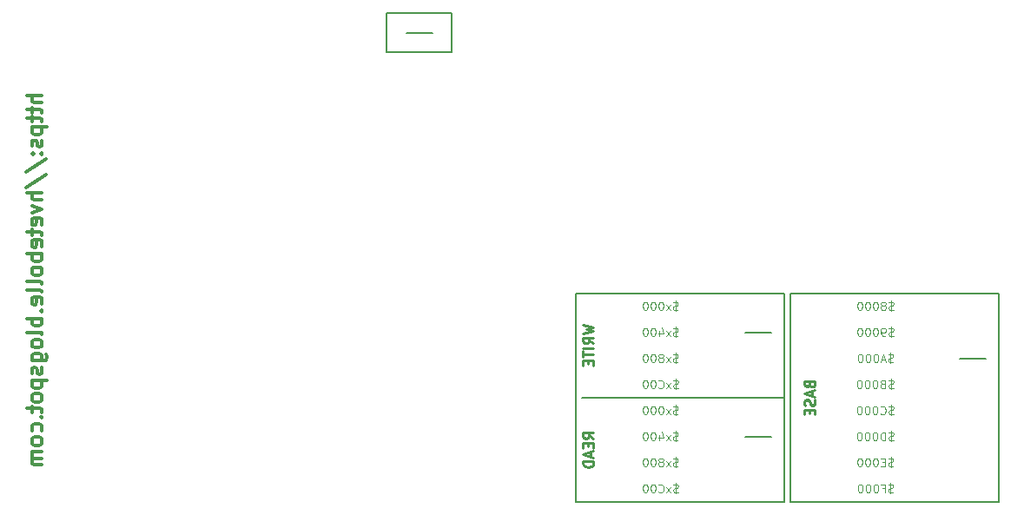
<source format=gbo>
G04 #@! TF.FileFunction,Legend,Bot*
%FSLAX46Y46*%
G04 Gerber Fmt 4.6, Leading zero omitted, Abs format (unit mm)*
G04 Created by KiCad (PCBNEW 4.0.7) date 02/14/19 14:39:51*
%MOMM*%
%LPD*%
G01*
G04 APERTURE LIST*
%ADD10C,0.100000*%
%ADD11C,0.200000*%
%ADD12C,0.250000*%
%ADD13C,0.300000*%
G04 APERTURE END LIST*
D10*
D11*
X113665000Y-90805000D02*
X116205000Y-90805000D01*
X111760000Y-88900000D02*
X111760000Y-92710000D01*
X118110000Y-88900000D02*
X111760000Y-88900000D01*
X118110000Y-92710000D02*
X118110000Y-88900000D01*
X111760000Y-92710000D02*
X118110000Y-92710000D01*
X130810000Y-126365000D02*
X150495000Y-126365000D01*
D12*
X131897381Y-130373572D02*
X131421190Y-130040238D01*
X131897381Y-129802143D02*
X130897381Y-129802143D01*
X130897381Y-130183096D01*
X130945000Y-130278334D01*
X130992619Y-130325953D01*
X131087857Y-130373572D01*
X131230714Y-130373572D01*
X131325952Y-130325953D01*
X131373571Y-130278334D01*
X131421190Y-130183096D01*
X131421190Y-129802143D01*
X131373571Y-130802143D02*
X131373571Y-131135477D01*
X131897381Y-131278334D02*
X131897381Y-130802143D01*
X130897381Y-130802143D01*
X130897381Y-131278334D01*
X131611667Y-131659286D02*
X131611667Y-132135477D01*
X131897381Y-131564048D02*
X130897381Y-131897381D01*
X131897381Y-132230715D01*
X131897381Y-132564048D02*
X130897381Y-132564048D01*
X130897381Y-132802143D01*
X130945000Y-132945001D01*
X131040238Y-133040239D01*
X131135476Y-133087858D01*
X131325952Y-133135477D01*
X131468810Y-133135477D01*
X131659286Y-133087858D01*
X131754524Y-133040239D01*
X131849762Y-132945001D01*
X131897381Y-132802143D01*
X131897381Y-132564048D01*
X130897381Y-119285000D02*
X131897381Y-119523095D01*
X131183095Y-119713572D01*
X131897381Y-119904048D01*
X130897381Y-120142143D01*
X131897381Y-121094524D02*
X131421190Y-120761190D01*
X131897381Y-120523095D02*
X130897381Y-120523095D01*
X130897381Y-120904048D01*
X130945000Y-120999286D01*
X130992619Y-121046905D01*
X131087857Y-121094524D01*
X131230714Y-121094524D01*
X131325952Y-121046905D01*
X131373571Y-120999286D01*
X131421190Y-120904048D01*
X131421190Y-120523095D01*
X131897381Y-121523095D02*
X130897381Y-121523095D01*
X130897381Y-121856428D02*
X130897381Y-122427857D01*
X131897381Y-122142142D02*
X130897381Y-122142142D01*
X131373571Y-122761190D02*
X131373571Y-123094524D01*
X131897381Y-123237381D02*
X131897381Y-122761190D01*
X130897381Y-122761190D01*
X130897381Y-123237381D01*
X152963571Y-125079286D02*
X153011190Y-125222143D01*
X153058810Y-125269762D01*
X153154048Y-125317381D01*
X153296905Y-125317381D01*
X153392143Y-125269762D01*
X153439762Y-125222143D01*
X153487381Y-125126905D01*
X153487381Y-124745952D01*
X152487381Y-124745952D01*
X152487381Y-125079286D01*
X152535000Y-125174524D01*
X152582619Y-125222143D01*
X152677857Y-125269762D01*
X152773095Y-125269762D01*
X152868333Y-125222143D01*
X152915952Y-125174524D01*
X152963571Y-125079286D01*
X152963571Y-124745952D01*
X153201667Y-125698333D02*
X153201667Y-126174524D01*
X153487381Y-125603095D02*
X152487381Y-125936428D01*
X153487381Y-126269762D01*
X153439762Y-126555476D02*
X153487381Y-126698333D01*
X153487381Y-126936429D01*
X153439762Y-127031667D01*
X153392143Y-127079286D01*
X153296905Y-127126905D01*
X153201667Y-127126905D01*
X153106429Y-127079286D01*
X153058810Y-127031667D01*
X153011190Y-126936429D01*
X152963571Y-126745952D01*
X152915952Y-126650714D01*
X152868333Y-126603095D01*
X152773095Y-126555476D01*
X152677857Y-126555476D01*
X152582619Y-126603095D01*
X152535000Y-126650714D01*
X152487381Y-126745952D01*
X152487381Y-126984048D01*
X152535000Y-127126905D01*
X152963571Y-127555476D02*
X152963571Y-127888810D01*
X153487381Y-128031667D02*
X153487381Y-127555476D01*
X152487381Y-127555476D01*
X152487381Y-128031667D01*
D11*
X150495000Y-116205000D02*
X130175000Y-116205000D01*
X150495000Y-136525000D02*
X130175000Y-136525000D01*
X171450000Y-136525000D02*
X151130000Y-136525000D01*
X171450000Y-116205000D02*
X171450000Y-136525000D01*
X151130000Y-116205000D02*
X171450000Y-116205000D01*
X151130000Y-136525000D02*
X151130000Y-116205000D01*
X150495000Y-116205000D02*
X150495000Y-136525000D01*
X130175000Y-136525000D02*
X130175000Y-116205000D01*
X171450000Y-116205000D02*
X171450000Y-136525000D01*
X146685000Y-130175000D02*
X149225000Y-130175000D01*
X146685000Y-120015000D02*
X149225000Y-120015000D01*
X167640000Y-122555000D02*
X170180000Y-122555000D01*
D10*
X140144286Y-135578810D02*
X140030000Y-135616905D01*
X139839524Y-135616905D01*
X139763334Y-135578810D01*
X139725238Y-135540714D01*
X139687143Y-135464524D01*
X139687143Y-135388333D01*
X139725238Y-135312143D01*
X139763334Y-135274048D01*
X139839524Y-135235952D01*
X139991905Y-135197857D01*
X140068096Y-135159762D01*
X140106191Y-135121667D01*
X140144286Y-135045476D01*
X140144286Y-134969286D01*
X140106191Y-134893095D01*
X140068096Y-134855000D01*
X139991905Y-134816905D01*
X139801429Y-134816905D01*
X139687143Y-134855000D01*
X139915715Y-134702619D02*
X139915715Y-135731190D01*
X139420476Y-135616905D02*
X139001429Y-135083571D01*
X139420476Y-135083571D02*
X139001429Y-135616905D01*
X138239524Y-135540714D02*
X138277619Y-135578810D01*
X138391905Y-135616905D01*
X138468095Y-135616905D01*
X138582381Y-135578810D01*
X138658572Y-135502619D01*
X138696667Y-135426429D01*
X138734762Y-135274048D01*
X138734762Y-135159762D01*
X138696667Y-135007381D01*
X138658572Y-134931190D01*
X138582381Y-134855000D01*
X138468095Y-134816905D01*
X138391905Y-134816905D01*
X138277619Y-134855000D01*
X138239524Y-134893095D01*
X137744286Y-134816905D02*
X137668095Y-134816905D01*
X137591905Y-134855000D01*
X137553810Y-134893095D01*
X137515714Y-134969286D01*
X137477619Y-135121667D01*
X137477619Y-135312143D01*
X137515714Y-135464524D01*
X137553810Y-135540714D01*
X137591905Y-135578810D01*
X137668095Y-135616905D01*
X137744286Y-135616905D01*
X137820476Y-135578810D01*
X137858572Y-135540714D01*
X137896667Y-135464524D01*
X137934762Y-135312143D01*
X137934762Y-135121667D01*
X137896667Y-134969286D01*
X137858572Y-134893095D01*
X137820476Y-134855000D01*
X137744286Y-134816905D01*
X136982381Y-134816905D02*
X136906190Y-134816905D01*
X136830000Y-134855000D01*
X136791905Y-134893095D01*
X136753809Y-134969286D01*
X136715714Y-135121667D01*
X136715714Y-135312143D01*
X136753809Y-135464524D01*
X136791905Y-135540714D01*
X136830000Y-135578810D01*
X136906190Y-135616905D01*
X136982381Y-135616905D01*
X137058571Y-135578810D01*
X137096667Y-135540714D01*
X137134762Y-135464524D01*
X137172857Y-135312143D01*
X137172857Y-135121667D01*
X137134762Y-134969286D01*
X137096667Y-134893095D01*
X137058571Y-134855000D01*
X136982381Y-134816905D01*
X140125238Y-133038810D02*
X140010952Y-133076905D01*
X139820476Y-133076905D01*
X139744286Y-133038810D01*
X139706190Y-133000714D01*
X139668095Y-132924524D01*
X139668095Y-132848333D01*
X139706190Y-132772143D01*
X139744286Y-132734048D01*
X139820476Y-132695952D01*
X139972857Y-132657857D01*
X140049048Y-132619762D01*
X140087143Y-132581667D01*
X140125238Y-132505476D01*
X140125238Y-132429286D01*
X140087143Y-132353095D01*
X140049048Y-132315000D01*
X139972857Y-132276905D01*
X139782381Y-132276905D01*
X139668095Y-132315000D01*
X139896667Y-132162619D02*
X139896667Y-133191190D01*
X139401428Y-133076905D02*
X138982381Y-132543571D01*
X139401428Y-132543571D02*
X138982381Y-133076905D01*
X138563333Y-132619762D02*
X138639524Y-132581667D01*
X138677619Y-132543571D01*
X138715714Y-132467381D01*
X138715714Y-132429286D01*
X138677619Y-132353095D01*
X138639524Y-132315000D01*
X138563333Y-132276905D01*
X138410952Y-132276905D01*
X138334762Y-132315000D01*
X138296666Y-132353095D01*
X138258571Y-132429286D01*
X138258571Y-132467381D01*
X138296666Y-132543571D01*
X138334762Y-132581667D01*
X138410952Y-132619762D01*
X138563333Y-132619762D01*
X138639524Y-132657857D01*
X138677619Y-132695952D01*
X138715714Y-132772143D01*
X138715714Y-132924524D01*
X138677619Y-133000714D01*
X138639524Y-133038810D01*
X138563333Y-133076905D01*
X138410952Y-133076905D01*
X138334762Y-133038810D01*
X138296666Y-133000714D01*
X138258571Y-132924524D01*
X138258571Y-132772143D01*
X138296666Y-132695952D01*
X138334762Y-132657857D01*
X138410952Y-132619762D01*
X137763333Y-132276905D02*
X137687142Y-132276905D01*
X137610952Y-132315000D01*
X137572857Y-132353095D01*
X137534761Y-132429286D01*
X137496666Y-132581667D01*
X137496666Y-132772143D01*
X137534761Y-132924524D01*
X137572857Y-133000714D01*
X137610952Y-133038810D01*
X137687142Y-133076905D01*
X137763333Y-133076905D01*
X137839523Y-133038810D01*
X137877619Y-133000714D01*
X137915714Y-132924524D01*
X137953809Y-132772143D01*
X137953809Y-132581667D01*
X137915714Y-132429286D01*
X137877619Y-132353095D01*
X137839523Y-132315000D01*
X137763333Y-132276905D01*
X137001428Y-132276905D02*
X136925237Y-132276905D01*
X136849047Y-132315000D01*
X136810952Y-132353095D01*
X136772856Y-132429286D01*
X136734761Y-132581667D01*
X136734761Y-132772143D01*
X136772856Y-132924524D01*
X136810952Y-133000714D01*
X136849047Y-133038810D01*
X136925237Y-133076905D01*
X137001428Y-133076905D01*
X137077618Y-133038810D01*
X137115714Y-133000714D01*
X137153809Y-132924524D01*
X137191904Y-132772143D01*
X137191904Y-132581667D01*
X137153809Y-132429286D01*
X137115714Y-132353095D01*
X137077618Y-132315000D01*
X137001428Y-132276905D01*
X140125238Y-130498810D02*
X140010952Y-130536905D01*
X139820476Y-130536905D01*
X139744286Y-130498810D01*
X139706190Y-130460714D01*
X139668095Y-130384524D01*
X139668095Y-130308333D01*
X139706190Y-130232143D01*
X139744286Y-130194048D01*
X139820476Y-130155952D01*
X139972857Y-130117857D01*
X140049048Y-130079762D01*
X140087143Y-130041667D01*
X140125238Y-129965476D01*
X140125238Y-129889286D01*
X140087143Y-129813095D01*
X140049048Y-129775000D01*
X139972857Y-129736905D01*
X139782381Y-129736905D01*
X139668095Y-129775000D01*
X139896667Y-129622619D02*
X139896667Y-130651190D01*
X139401428Y-130536905D02*
X138982381Y-130003571D01*
X139401428Y-130003571D02*
X138982381Y-130536905D01*
X138334762Y-130003571D02*
X138334762Y-130536905D01*
X138525238Y-129698810D02*
X138715714Y-130270238D01*
X138220476Y-130270238D01*
X137763333Y-129736905D02*
X137687142Y-129736905D01*
X137610952Y-129775000D01*
X137572857Y-129813095D01*
X137534761Y-129889286D01*
X137496666Y-130041667D01*
X137496666Y-130232143D01*
X137534761Y-130384524D01*
X137572857Y-130460714D01*
X137610952Y-130498810D01*
X137687142Y-130536905D01*
X137763333Y-130536905D01*
X137839523Y-130498810D01*
X137877619Y-130460714D01*
X137915714Y-130384524D01*
X137953809Y-130232143D01*
X137953809Y-130041667D01*
X137915714Y-129889286D01*
X137877619Y-129813095D01*
X137839523Y-129775000D01*
X137763333Y-129736905D01*
X137001428Y-129736905D02*
X136925237Y-129736905D01*
X136849047Y-129775000D01*
X136810952Y-129813095D01*
X136772856Y-129889286D01*
X136734761Y-130041667D01*
X136734761Y-130232143D01*
X136772856Y-130384524D01*
X136810952Y-130460714D01*
X136849047Y-130498810D01*
X136925237Y-130536905D01*
X137001428Y-130536905D01*
X137077618Y-130498810D01*
X137115714Y-130460714D01*
X137153809Y-130384524D01*
X137191904Y-130232143D01*
X137191904Y-130041667D01*
X137153809Y-129889286D01*
X137115714Y-129813095D01*
X137077618Y-129775000D01*
X137001428Y-129736905D01*
X140144286Y-125418810D02*
X140030000Y-125456905D01*
X139839524Y-125456905D01*
X139763334Y-125418810D01*
X139725238Y-125380714D01*
X139687143Y-125304524D01*
X139687143Y-125228333D01*
X139725238Y-125152143D01*
X139763334Y-125114048D01*
X139839524Y-125075952D01*
X139991905Y-125037857D01*
X140068096Y-124999762D01*
X140106191Y-124961667D01*
X140144286Y-124885476D01*
X140144286Y-124809286D01*
X140106191Y-124733095D01*
X140068096Y-124695000D01*
X139991905Y-124656905D01*
X139801429Y-124656905D01*
X139687143Y-124695000D01*
X139915715Y-124542619D02*
X139915715Y-125571190D01*
X139420476Y-125456905D02*
X139001429Y-124923571D01*
X139420476Y-124923571D02*
X139001429Y-125456905D01*
X138239524Y-125380714D02*
X138277619Y-125418810D01*
X138391905Y-125456905D01*
X138468095Y-125456905D01*
X138582381Y-125418810D01*
X138658572Y-125342619D01*
X138696667Y-125266429D01*
X138734762Y-125114048D01*
X138734762Y-124999762D01*
X138696667Y-124847381D01*
X138658572Y-124771190D01*
X138582381Y-124695000D01*
X138468095Y-124656905D01*
X138391905Y-124656905D01*
X138277619Y-124695000D01*
X138239524Y-124733095D01*
X137744286Y-124656905D02*
X137668095Y-124656905D01*
X137591905Y-124695000D01*
X137553810Y-124733095D01*
X137515714Y-124809286D01*
X137477619Y-124961667D01*
X137477619Y-125152143D01*
X137515714Y-125304524D01*
X137553810Y-125380714D01*
X137591905Y-125418810D01*
X137668095Y-125456905D01*
X137744286Y-125456905D01*
X137820476Y-125418810D01*
X137858572Y-125380714D01*
X137896667Y-125304524D01*
X137934762Y-125152143D01*
X137934762Y-124961667D01*
X137896667Y-124809286D01*
X137858572Y-124733095D01*
X137820476Y-124695000D01*
X137744286Y-124656905D01*
X136982381Y-124656905D02*
X136906190Y-124656905D01*
X136830000Y-124695000D01*
X136791905Y-124733095D01*
X136753809Y-124809286D01*
X136715714Y-124961667D01*
X136715714Y-125152143D01*
X136753809Y-125304524D01*
X136791905Y-125380714D01*
X136830000Y-125418810D01*
X136906190Y-125456905D01*
X136982381Y-125456905D01*
X137058571Y-125418810D01*
X137096667Y-125380714D01*
X137134762Y-125304524D01*
X137172857Y-125152143D01*
X137172857Y-124961667D01*
X137134762Y-124809286D01*
X137096667Y-124733095D01*
X137058571Y-124695000D01*
X136982381Y-124656905D01*
X140125238Y-122878810D02*
X140010952Y-122916905D01*
X139820476Y-122916905D01*
X139744286Y-122878810D01*
X139706190Y-122840714D01*
X139668095Y-122764524D01*
X139668095Y-122688333D01*
X139706190Y-122612143D01*
X139744286Y-122574048D01*
X139820476Y-122535952D01*
X139972857Y-122497857D01*
X140049048Y-122459762D01*
X140087143Y-122421667D01*
X140125238Y-122345476D01*
X140125238Y-122269286D01*
X140087143Y-122193095D01*
X140049048Y-122155000D01*
X139972857Y-122116905D01*
X139782381Y-122116905D01*
X139668095Y-122155000D01*
X139896667Y-122002619D02*
X139896667Y-123031190D01*
X139401428Y-122916905D02*
X138982381Y-122383571D01*
X139401428Y-122383571D02*
X138982381Y-122916905D01*
X138563333Y-122459762D02*
X138639524Y-122421667D01*
X138677619Y-122383571D01*
X138715714Y-122307381D01*
X138715714Y-122269286D01*
X138677619Y-122193095D01*
X138639524Y-122155000D01*
X138563333Y-122116905D01*
X138410952Y-122116905D01*
X138334762Y-122155000D01*
X138296666Y-122193095D01*
X138258571Y-122269286D01*
X138258571Y-122307381D01*
X138296666Y-122383571D01*
X138334762Y-122421667D01*
X138410952Y-122459762D01*
X138563333Y-122459762D01*
X138639524Y-122497857D01*
X138677619Y-122535952D01*
X138715714Y-122612143D01*
X138715714Y-122764524D01*
X138677619Y-122840714D01*
X138639524Y-122878810D01*
X138563333Y-122916905D01*
X138410952Y-122916905D01*
X138334762Y-122878810D01*
X138296666Y-122840714D01*
X138258571Y-122764524D01*
X138258571Y-122612143D01*
X138296666Y-122535952D01*
X138334762Y-122497857D01*
X138410952Y-122459762D01*
X137763333Y-122116905D02*
X137687142Y-122116905D01*
X137610952Y-122155000D01*
X137572857Y-122193095D01*
X137534761Y-122269286D01*
X137496666Y-122421667D01*
X137496666Y-122612143D01*
X137534761Y-122764524D01*
X137572857Y-122840714D01*
X137610952Y-122878810D01*
X137687142Y-122916905D01*
X137763333Y-122916905D01*
X137839523Y-122878810D01*
X137877619Y-122840714D01*
X137915714Y-122764524D01*
X137953809Y-122612143D01*
X137953809Y-122421667D01*
X137915714Y-122269286D01*
X137877619Y-122193095D01*
X137839523Y-122155000D01*
X137763333Y-122116905D01*
X137001428Y-122116905D02*
X136925237Y-122116905D01*
X136849047Y-122155000D01*
X136810952Y-122193095D01*
X136772856Y-122269286D01*
X136734761Y-122421667D01*
X136734761Y-122612143D01*
X136772856Y-122764524D01*
X136810952Y-122840714D01*
X136849047Y-122878810D01*
X136925237Y-122916905D01*
X137001428Y-122916905D01*
X137077618Y-122878810D01*
X137115714Y-122840714D01*
X137153809Y-122764524D01*
X137191904Y-122612143D01*
X137191904Y-122421667D01*
X137153809Y-122269286D01*
X137115714Y-122193095D01*
X137077618Y-122155000D01*
X137001428Y-122116905D01*
X140125238Y-120338810D02*
X140010952Y-120376905D01*
X139820476Y-120376905D01*
X139744286Y-120338810D01*
X139706190Y-120300714D01*
X139668095Y-120224524D01*
X139668095Y-120148333D01*
X139706190Y-120072143D01*
X139744286Y-120034048D01*
X139820476Y-119995952D01*
X139972857Y-119957857D01*
X140049048Y-119919762D01*
X140087143Y-119881667D01*
X140125238Y-119805476D01*
X140125238Y-119729286D01*
X140087143Y-119653095D01*
X140049048Y-119615000D01*
X139972857Y-119576905D01*
X139782381Y-119576905D01*
X139668095Y-119615000D01*
X139896667Y-119462619D02*
X139896667Y-120491190D01*
X139401428Y-120376905D02*
X138982381Y-119843571D01*
X139401428Y-119843571D02*
X138982381Y-120376905D01*
X138334762Y-119843571D02*
X138334762Y-120376905D01*
X138525238Y-119538810D02*
X138715714Y-120110238D01*
X138220476Y-120110238D01*
X137763333Y-119576905D02*
X137687142Y-119576905D01*
X137610952Y-119615000D01*
X137572857Y-119653095D01*
X137534761Y-119729286D01*
X137496666Y-119881667D01*
X137496666Y-120072143D01*
X137534761Y-120224524D01*
X137572857Y-120300714D01*
X137610952Y-120338810D01*
X137687142Y-120376905D01*
X137763333Y-120376905D01*
X137839523Y-120338810D01*
X137877619Y-120300714D01*
X137915714Y-120224524D01*
X137953809Y-120072143D01*
X137953809Y-119881667D01*
X137915714Y-119729286D01*
X137877619Y-119653095D01*
X137839523Y-119615000D01*
X137763333Y-119576905D01*
X137001428Y-119576905D02*
X136925237Y-119576905D01*
X136849047Y-119615000D01*
X136810952Y-119653095D01*
X136772856Y-119729286D01*
X136734761Y-119881667D01*
X136734761Y-120072143D01*
X136772856Y-120224524D01*
X136810952Y-120300714D01*
X136849047Y-120338810D01*
X136925237Y-120376905D01*
X137001428Y-120376905D01*
X137077618Y-120338810D01*
X137115714Y-120300714D01*
X137153809Y-120224524D01*
X137191904Y-120072143D01*
X137191904Y-119881667D01*
X137153809Y-119729286D01*
X137115714Y-119653095D01*
X137077618Y-119615000D01*
X137001428Y-119576905D01*
X140125238Y-127958810D02*
X140010952Y-127996905D01*
X139820476Y-127996905D01*
X139744286Y-127958810D01*
X139706190Y-127920714D01*
X139668095Y-127844524D01*
X139668095Y-127768333D01*
X139706190Y-127692143D01*
X139744286Y-127654048D01*
X139820476Y-127615952D01*
X139972857Y-127577857D01*
X140049048Y-127539762D01*
X140087143Y-127501667D01*
X140125238Y-127425476D01*
X140125238Y-127349286D01*
X140087143Y-127273095D01*
X140049048Y-127235000D01*
X139972857Y-127196905D01*
X139782381Y-127196905D01*
X139668095Y-127235000D01*
X139896667Y-127082619D02*
X139896667Y-128111190D01*
X139401428Y-127996905D02*
X138982381Y-127463571D01*
X139401428Y-127463571D02*
X138982381Y-127996905D01*
X138525238Y-127196905D02*
X138449047Y-127196905D01*
X138372857Y-127235000D01*
X138334762Y-127273095D01*
X138296666Y-127349286D01*
X138258571Y-127501667D01*
X138258571Y-127692143D01*
X138296666Y-127844524D01*
X138334762Y-127920714D01*
X138372857Y-127958810D01*
X138449047Y-127996905D01*
X138525238Y-127996905D01*
X138601428Y-127958810D01*
X138639524Y-127920714D01*
X138677619Y-127844524D01*
X138715714Y-127692143D01*
X138715714Y-127501667D01*
X138677619Y-127349286D01*
X138639524Y-127273095D01*
X138601428Y-127235000D01*
X138525238Y-127196905D01*
X137763333Y-127196905D02*
X137687142Y-127196905D01*
X137610952Y-127235000D01*
X137572857Y-127273095D01*
X137534761Y-127349286D01*
X137496666Y-127501667D01*
X137496666Y-127692143D01*
X137534761Y-127844524D01*
X137572857Y-127920714D01*
X137610952Y-127958810D01*
X137687142Y-127996905D01*
X137763333Y-127996905D01*
X137839523Y-127958810D01*
X137877619Y-127920714D01*
X137915714Y-127844524D01*
X137953809Y-127692143D01*
X137953809Y-127501667D01*
X137915714Y-127349286D01*
X137877619Y-127273095D01*
X137839523Y-127235000D01*
X137763333Y-127196905D01*
X137001428Y-127196905D02*
X136925237Y-127196905D01*
X136849047Y-127235000D01*
X136810952Y-127273095D01*
X136772856Y-127349286D01*
X136734761Y-127501667D01*
X136734761Y-127692143D01*
X136772856Y-127844524D01*
X136810952Y-127920714D01*
X136849047Y-127958810D01*
X136925237Y-127996905D01*
X137001428Y-127996905D01*
X137077618Y-127958810D01*
X137115714Y-127920714D01*
X137153809Y-127844524D01*
X137191904Y-127692143D01*
X137191904Y-127501667D01*
X137153809Y-127349286D01*
X137115714Y-127273095D01*
X137077618Y-127235000D01*
X137001428Y-127196905D01*
X140125238Y-117798810D02*
X140010952Y-117836905D01*
X139820476Y-117836905D01*
X139744286Y-117798810D01*
X139706190Y-117760714D01*
X139668095Y-117684524D01*
X139668095Y-117608333D01*
X139706190Y-117532143D01*
X139744286Y-117494048D01*
X139820476Y-117455952D01*
X139972857Y-117417857D01*
X140049048Y-117379762D01*
X140087143Y-117341667D01*
X140125238Y-117265476D01*
X140125238Y-117189286D01*
X140087143Y-117113095D01*
X140049048Y-117075000D01*
X139972857Y-117036905D01*
X139782381Y-117036905D01*
X139668095Y-117075000D01*
X139896667Y-116922619D02*
X139896667Y-117951190D01*
X139401428Y-117836905D02*
X138982381Y-117303571D01*
X139401428Y-117303571D02*
X138982381Y-117836905D01*
X138525238Y-117036905D02*
X138449047Y-117036905D01*
X138372857Y-117075000D01*
X138334762Y-117113095D01*
X138296666Y-117189286D01*
X138258571Y-117341667D01*
X138258571Y-117532143D01*
X138296666Y-117684524D01*
X138334762Y-117760714D01*
X138372857Y-117798810D01*
X138449047Y-117836905D01*
X138525238Y-117836905D01*
X138601428Y-117798810D01*
X138639524Y-117760714D01*
X138677619Y-117684524D01*
X138715714Y-117532143D01*
X138715714Y-117341667D01*
X138677619Y-117189286D01*
X138639524Y-117113095D01*
X138601428Y-117075000D01*
X138525238Y-117036905D01*
X137763333Y-117036905D02*
X137687142Y-117036905D01*
X137610952Y-117075000D01*
X137572857Y-117113095D01*
X137534761Y-117189286D01*
X137496666Y-117341667D01*
X137496666Y-117532143D01*
X137534761Y-117684524D01*
X137572857Y-117760714D01*
X137610952Y-117798810D01*
X137687142Y-117836905D01*
X137763333Y-117836905D01*
X137839523Y-117798810D01*
X137877619Y-117760714D01*
X137915714Y-117684524D01*
X137953809Y-117532143D01*
X137953809Y-117341667D01*
X137915714Y-117189286D01*
X137877619Y-117113095D01*
X137839523Y-117075000D01*
X137763333Y-117036905D01*
X137001428Y-117036905D02*
X136925237Y-117036905D01*
X136849047Y-117075000D01*
X136810952Y-117113095D01*
X136772856Y-117189286D01*
X136734761Y-117341667D01*
X136734761Y-117532143D01*
X136772856Y-117684524D01*
X136810952Y-117760714D01*
X136849047Y-117798810D01*
X136925237Y-117836905D01*
X137001428Y-117836905D01*
X137077618Y-117798810D01*
X137115714Y-117760714D01*
X137153809Y-117684524D01*
X137191904Y-117532143D01*
X137191904Y-117341667D01*
X137153809Y-117189286D01*
X137115714Y-117113095D01*
X137077618Y-117075000D01*
X137001428Y-117036905D01*
X161099286Y-135578810D02*
X160985000Y-135616905D01*
X160794524Y-135616905D01*
X160718334Y-135578810D01*
X160680238Y-135540714D01*
X160642143Y-135464524D01*
X160642143Y-135388333D01*
X160680238Y-135312143D01*
X160718334Y-135274048D01*
X160794524Y-135235952D01*
X160946905Y-135197857D01*
X161023096Y-135159762D01*
X161061191Y-135121667D01*
X161099286Y-135045476D01*
X161099286Y-134969286D01*
X161061191Y-134893095D01*
X161023096Y-134855000D01*
X160946905Y-134816905D01*
X160756429Y-134816905D01*
X160642143Y-134855000D01*
X160870715Y-134702619D02*
X160870715Y-135731190D01*
X160032619Y-135197857D02*
X160299286Y-135197857D01*
X160299286Y-135616905D02*
X160299286Y-134816905D01*
X159918333Y-134816905D01*
X159461191Y-134816905D02*
X159385000Y-134816905D01*
X159308810Y-134855000D01*
X159270715Y-134893095D01*
X159232619Y-134969286D01*
X159194524Y-135121667D01*
X159194524Y-135312143D01*
X159232619Y-135464524D01*
X159270715Y-135540714D01*
X159308810Y-135578810D01*
X159385000Y-135616905D01*
X159461191Y-135616905D01*
X159537381Y-135578810D01*
X159575477Y-135540714D01*
X159613572Y-135464524D01*
X159651667Y-135312143D01*
X159651667Y-135121667D01*
X159613572Y-134969286D01*
X159575477Y-134893095D01*
X159537381Y-134855000D01*
X159461191Y-134816905D01*
X158699286Y-134816905D02*
X158623095Y-134816905D01*
X158546905Y-134855000D01*
X158508810Y-134893095D01*
X158470714Y-134969286D01*
X158432619Y-135121667D01*
X158432619Y-135312143D01*
X158470714Y-135464524D01*
X158508810Y-135540714D01*
X158546905Y-135578810D01*
X158623095Y-135616905D01*
X158699286Y-135616905D01*
X158775476Y-135578810D01*
X158813572Y-135540714D01*
X158851667Y-135464524D01*
X158889762Y-135312143D01*
X158889762Y-135121667D01*
X158851667Y-134969286D01*
X158813572Y-134893095D01*
X158775476Y-134855000D01*
X158699286Y-134816905D01*
X157937381Y-134816905D02*
X157861190Y-134816905D01*
X157785000Y-134855000D01*
X157746905Y-134893095D01*
X157708809Y-134969286D01*
X157670714Y-135121667D01*
X157670714Y-135312143D01*
X157708809Y-135464524D01*
X157746905Y-135540714D01*
X157785000Y-135578810D01*
X157861190Y-135616905D01*
X157937381Y-135616905D01*
X158013571Y-135578810D01*
X158051667Y-135540714D01*
X158089762Y-135464524D01*
X158127857Y-135312143D01*
X158127857Y-135121667D01*
X158089762Y-134969286D01*
X158051667Y-134893095D01*
X158013571Y-134855000D01*
X157937381Y-134816905D01*
X161118334Y-133038810D02*
X161004048Y-133076905D01*
X160813572Y-133076905D01*
X160737382Y-133038810D01*
X160699286Y-133000714D01*
X160661191Y-132924524D01*
X160661191Y-132848333D01*
X160699286Y-132772143D01*
X160737382Y-132734048D01*
X160813572Y-132695952D01*
X160965953Y-132657857D01*
X161042144Y-132619762D01*
X161080239Y-132581667D01*
X161118334Y-132505476D01*
X161118334Y-132429286D01*
X161080239Y-132353095D01*
X161042144Y-132315000D01*
X160965953Y-132276905D01*
X160775477Y-132276905D01*
X160661191Y-132315000D01*
X160889763Y-132162619D02*
X160889763Y-133191190D01*
X160318334Y-132657857D02*
X160051667Y-132657857D01*
X159937381Y-133076905D02*
X160318334Y-133076905D01*
X160318334Y-132276905D01*
X159937381Y-132276905D01*
X159442143Y-132276905D02*
X159365952Y-132276905D01*
X159289762Y-132315000D01*
X159251667Y-132353095D01*
X159213571Y-132429286D01*
X159175476Y-132581667D01*
X159175476Y-132772143D01*
X159213571Y-132924524D01*
X159251667Y-133000714D01*
X159289762Y-133038810D01*
X159365952Y-133076905D01*
X159442143Y-133076905D01*
X159518333Y-133038810D01*
X159556429Y-133000714D01*
X159594524Y-132924524D01*
X159632619Y-132772143D01*
X159632619Y-132581667D01*
X159594524Y-132429286D01*
X159556429Y-132353095D01*
X159518333Y-132315000D01*
X159442143Y-132276905D01*
X158680238Y-132276905D02*
X158604047Y-132276905D01*
X158527857Y-132315000D01*
X158489762Y-132353095D01*
X158451666Y-132429286D01*
X158413571Y-132581667D01*
X158413571Y-132772143D01*
X158451666Y-132924524D01*
X158489762Y-133000714D01*
X158527857Y-133038810D01*
X158604047Y-133076905D01*
X158680238Y-133076905D01*
X158756428Y-133038810D01*
X158794524Y-133000714D01*
X158832619Y-132924524D01*
X158870714Y-132772143D01*
X158870714Y-132581667D01*
X158832619Y-132429286D01*
X158794524Y-132353095D01*
X158756428Y-132315000D01*
X158680238Y-132276905D01*
X157918333Y-132276905D02*
X157842142Y-132276905D01*
X157765952Y-132315000D01*
X157727857Y-132353095D01*
X157689761Y-132429286D01*
X157651666Y-132581667D01*
X157651666Y-132772143D01*
X157689761Y-132924524D01*
X157727857Y-133000714D01*
X157765952Y-133038810D01*
X157842142Y-133076905D01*
X157918333Y-133076905D01*
X157994523Y-133038810D01*
X158032619Y-133000714D01*
X158070714Y-132924524D01*
X158108809Y-132772143D01*
X158108809Y-132581667D01*
X158070714Y-132429286D01*
X158032619Y-132353095D01*
X157994523Y-132315000D01*
X157918333Y-132276905D01*
X161156429Y-130498810D02*
X161042143Y-130536905D01*
X160851667Y-130536905D01*
X160775477Y-130498810D01*
X160737381Y-130460714D01*
X160699286Y-130384524D01*
X160699286Y-130308333D01*
X160737381Y-130232143D01*
X160775477Y-130194048D01*
X160851667Y-130155952D01*
X161004048Y-130117857D01*
X161080239Y-130079762D01*
X161118334Y-130041667D01*
X161156429Y-129965476D01*
X161156429Y-129889286D01*
X161118334Y-129813095D01*
X161080239Y-129775000D01*
X161004048Y-129736905D01*
X160813572Y-129736905D01*
X160699286Y-129775000D01*
X160927858Y-129622619D02*
X160927858Y-130651190D01*
X160356429Y-130536905D02*
X160356429Y-129736905D01*
X160165953Y-129736905D01*
X160051667Y-129775000D01*
X159975476Y-129851190D01*
X159937381Y-129927381D01*
X159899286Y-130079762D01*
X159899286Y-130194048D01*
X159937381Y-130346429D01*
X159975476Y-130422619D01*
X160051667Y-130498810D01*
X160165953Y-130536905D01*
X160356429Y-130536905D01*
X159404048Y-129736905D02*
X159327857Y-129736905D01*
X159251667Y-129775000D01*
X159213572Y-129813095D01*
X159175476Y-129889286D01*
X159137381Y-130041667D01*
X159137381Y-130232143D01*
X159175476Y-130384524D01*
X159213572Y-130460714D01*
X159251667Y-130498810D01*
X159327857Y-130536905D01*
X159404048Y-130536905D01*
X159480238Y-130498810D01*
X159518334Y-130460714D01*
X159556429Y-130384524D01*
X159594524Y-130232143D01*
X159594524Y-130041667D01*
X159556429Y-129889286D01*
X159518334Y-129813095D01*
X159480238Y-129775000D01*
X159404048Y-129736905D01*
X158642143Y-129736905D02*
X158565952Y-129736905D01*
X158489762Y-129775000D01*
X158451667Y-129813095D01*
X158413571Y-129889286D01*
X158375476Y-130041667D01*
X158375476Y-130232143D01*
X158413571Y-130384524D01*
X158451667Y-130460714D01*
X158489762Y-130498810D01*
X158565952Y-130536905D01*
X158642143Y-130536905D01*
X158718333Y-130498810D01*
X158756429Y-130460714D01*
X158794524Y-130384524D01*
X158832619Y-130232143D01*
X158832619Y-130041667D01*
X158794524Y-129889286D01*
X158756429Y-129813095D01*
X158718333Y-129775000D01*
X158642143Y-129736905D01*
X157880238Y-129736905D02*
X157804047Y-129736905D01*
X157727857Y-129775000D01*
X157689762Y-129813095D01*
X157651666Y-129889286D01*
X157613571Y-130041667D01*
X157613571Y-130232143D01*
X157651666Y-130384524D01*
X157689762Y-130460714D01*
X157727857Y-130498810D01*
X157804047Y-130536905D01*
X157880238Y-130536905D01*
X157956428Y-130498810D01*
X157994524Y-130460714D01*
X158032619Y-130384524D01*
X158070714Y-130232143D01*
X158070714Y-130041667D01*
X158032619Y-129889286D01*
X157994524Y-129813095D01*
X157956428Y-129775000D01*
X157880238Y-129736905D01*
X161156429Y-127958810D02*
X161042143Y-127996905D01*
X160851667Y-127996905D01*
X160775477Y-127958810D01*
X160737381Y-127920714D01*
X160699286Y-127844524D01*
X160699286Y-127768333D01*
X160737381Y-127692143D01*
X160775477Y-127654048D01*
X160851667Y-127615952D01*
X161004048Y-127577857D01*
X161080239Y-127539762D01*
X161118334Y-127501667D01*
X161156429Y-127425476D01*
X161156429Y-127349286D01*
X161118334Y-127273095D01*
X161080239Y-127235000D01*
X161004048Y-127196905D01*
X160813572Y-127196905D01*
X160699286Y-127235000D01*
X160927858Y-127082619D02*
X160927858Y-128111190D01*
X159899286Y-127920714D02*
X159937381Y-127958810D01*
X160051667Y-127996905D01*
X160127857Y-127996905D01*
X160242143Y-127958810D01*
X160318334Y-127882619D01*
X160356429Y-127806429D01*
X160394524Y-127654048D01*
X160394524Y-127539762D01*
X160356429Y-127387381D01*
X160318334Y-127311190D01*
X160242143Y-127235000D01*
X160127857Y-127196905D01*
X160051667Y-127196905D01*
X159937381Y-127235000D01*
X159899286Y-127273095D01*
X159404048Y-127196905D02*
X159327857Y-127196905D01*
X159251667Y-127235000D01*
X159213572Y-127273095D01*
X159175476Y-127349286D01*
X159137381Y-127501667D01*
X159137381Y-127692143D01*
X159175476Y-127844524D01*
X159213572Y-127920714D01*
X159251667Y-127958810D01*
X159327857Y-127996905D01*
X159404048Y-127996905D01*
X159480238Y-127958810D01*
X159518334Y-127920714D01*
X159556429Y-127844524D01*
X159594524Y-127692143D01*
X159594524Y-127501667D01*
X159556429Y-127349286D01*
X159518334Y-127273095D01*
X159480238Y-127235000D01*
X159404048Y-127196905D01*
X158642143Y-127196905D02*
X158565952Y-127196905D01*
X158489762Y-127235000D01*
X158451667Y-127273095D01*
X158413571Y-127349286D01*
X158375476Y-127501667D01*
X158375476Y-127692143D01*
X158413571Y-127844524D01*
X158451667Y-127920714D01*
X158489762Y-127958810D01*
X158565952Y-127996905D01*
X158642143Y-127996905D01*
X158718333Y-127958810D01*
X158756429Y-127920714D01*
X158794524Y-127844524D01*
X158832619Y-127692143D01*
X158832619Y-127501667D01*
X158794524Y-127349286D01*
X158756429Y-127273095D01*
X158718333Y-127235000D01*
X158642143Y-127196905D01*
X157880238Y-127196905D02*
X157804047Y-127196905D01*
X157727857Y-127235000D01*
X157689762Y-127273095D01*
X157651666Y-127349286D01*
X157613571Y-127501667D01*
X157613571Y-127692143D01*
X157651666Y-127844524D01*
X157689762Y-127920714D01*
X157727857Y-127958810D01*
X157804047Y-127996905D01*
X157880238Y-127996905D01*
X157956428Y-127958810D01*
X157994524Y-127920714D01*
X158032619Y-127844524D01*
X158070714Y-127692143D01*
X158070714Y-127501667D01*
X158032619Y-127349286D01*
X157994524Y-127273095D01*
X157956428Y-127235000D01*
X157880238Y-127196905D01*
X161156429Y-125418810D02*
X161042143Y-125456905D01*
X160851667Y-125456905D01*
X160775477Y-125418810D01*
X160737381Y-125380714D01*
X160699286Y-125304524D01*
X160699286Y-125228333D01*
X160737381Y-125152143D01*
X160775477Y-125114048D01*
X160851667Y-125075952D01*
X161004048Y-125037857D01*
X161080239Y-124999762D01*
X161118334Y-124961667D01*
X161156429Y-124885476D01*
X161156429Y-124809286D01*
X161118334Y-124733095D01*
X161080239Y-124695000D01*
X161004048Y-124656905D01*
X160813572Y-124656905D01*
X160699286Y-124695000D01*
X160927858Y-124542619D02*
X160927858Y-125571190D01*
X160089762Y-125037857D02*
X159975476Y-125075952D01*
X159937381Y-125114048D01*
X159899286Y-125190238D01*
X159899286Y-125304524D01*
X159937381Y-125380714D01*
X159975476Y-125418810D01*
X160051667Y-125456905D01*
X160356429Y-125456905D01*
X160356429Y-124656905D01*
X160089762Y-124656905D01*
X160013572Y-124695000D01*
X159975476Y-124733095D01*
X159937381Y-124809286D01*
X159937381Y-124885476D01*
X159975476Y-124961667D01*
X160013572Y-124999762D01*
X160089762Y-125037857D01*
X160356429Y-125037857D01*
X159404048Y-124656905D02*
X159327857Y-124656905D01*
X159251667Y-124695000D01*
X159213572Y-124733095D01*
X159175476Y-124809286D01*
X159137381Y-124961667D01*
X159137381Y-125152143D01*
X159175476Y-125304524D01*
X159213572Y-125380714D01*
X159251667Y-125418810D01*
X159327857Y-125456905D01*
X159404048Y-125456905D01*
X159480238Y-125418810D01*
X159518334Y-125380714D01*
X159556429Y-125304524D01*
X159594524Y-125152143D01*
X159594524Y-124961667D01*
X159556429Y-124809286D01*
X159518334Y-124733095D01*
X159480238Y-124695000D01*
X159404048Y-124656905D01*
X158642143Y-124656905D02*
X158565952Y-124656905D01*
X158489762Y-124695000D01*
X158451667Y-124733095D01*
X158413571Y-124809286D01*
X158375476Y-124961667D01*
X158375476Y-125152143D01*
X158413571Y-125304524D01*
X158451667Y-125380714D01*
X158489762Y-125418810D01*
X158565952Y-125456905D01*
X158642143Y-125456905D01*
X158718333Y-125418810D01*
X158756429Y-125380714D01*
X158794524Y-125304524D01*
X158832619Y-125152143D01*
X158832619Y-124961667D01*
X158794524Y-124809286D01*
X158756429Y-124733095D01*
X158718333Y-124695000D01*
X158642143Y-124656905D01*
X157880238Y-124656905D02*
X157804047Y-124656905D01*
X157727857Y-124695000D01*
X157689762Y-124733095D01*
X157651666Y-124809286D01*
X157613571Y-124961667D01*
X157613571Y-125152143D01*
X157651666Y-125304524D01*
X157689762Y-125380714D01*
X157727857Y-125418810D01*
X157804047Y-125456905D01*
X157880238Y-125456905D01*
X157956428Y-125418810D01*
X157994524Y-125380714D01*
X158032619Y-125304524D01*
X158070714Y-125152143D01*
X158070714Y-124961667D01*
X158032619Y-124809286D01*
X157994524Y-124733095D01*
X157956428Y-124695000D01*
X157880238Y-124656905D01*
X161099286Y-122878810D02*
X160985000Y-122916905D01*
X160794524Y-122916905D01*
X160718334Y-122878810D01*
X160680238Y-122840714D01*
X160642143Y-122764524D01*
X160642143Y-122688333D01*
X160680238Y-122612143D01*
X160718334Y-122574048D01*
X160794524Y-122535952D01*
X160946905Y-122497857D01*
X161023096Y-122459762D01*
X161061191Y-122421667D01*
X161099286Y-122345476D01*
X161099286Y-122269286D01*
X161061191Y-122193095D01*
X161023096Y-122155000D01*
X160946905Y-122116905D01*
X160756429Y-122116905D01*
X160642143Y-122155000D01*
X160870715Y-122002619D02*
X160870715Y-123031190D01*
X160337381Y-122688333D02*
X159956429Y-122688333D01*
X160413572Y-122916905D02*
X160146905Y-122116905D01*
X159880238Y-122916905D01*
X159461191Y-122116905D02*
X159385000Y-122116905D01*
X159308810Y-122155000D01*
X159270715Y-122193095D01*
X159232619Y-122269286D01*
X159194524Y-122421667D01*
X159194524Y-122612143D01*
X159232619Y-122764524D01*
X159270715Y-122840714D01*
X159308810Y-122878810D01*
X159385000Y-122916905D01*
X159461191Y-122916905D01*
X159537381Y-122878810D01*
X159575477Y-122840714D01*
X159613572Y-122764524D01*
X159651667Y-122612143D01*
X159651667Y-122421667D01*
X159613572Y-122269286D01*
X159575477Y-122193095D01*
X159537381Y-122155000D01*
X159461191Y-122116905D01*
X158699286Y-122116905D02*
X158623095Y-122116905D01*
X158546905Y-122155000D01*
X158508810Y-122193095D01*
X158470714Y-122269286D01*
X158432619Y-122421667D01*
X158432619Y-122612143D01*
X158470714Y-122764524D01*
X158508810Y-122840714D01*
X158546905Y-122878810D01*
X158623095Y-122916905D01*
X158699286Y-122916905D01*
X158775476Y-122878810D01*
X158813572Y-122840714D01*
X158851667Y-122764524D01*
X158889762Y-122612143D01*
X158889762Y-122421667D01*
X158851667Y-122269286D01*
X158813572Y-122193095D01*
X158775476Y-122155000D01*
X158699286Y-122116905D01*
X157937381Y-122116905D02*
X157861190Y-122116905D01*
X157785000Y-122155000D01*
X157746905Y-122193095D01*
X157708809Y-122269286D01*
X157670714Y-122421667D01*
X157670714Y-122612143D01*
X157708809Y-122764524D01*
X157746905Y-122840714D01*
X157785000Y-122878810D01*
X157861190Y-122916905D01*
X157937381Y-122916905D01*
X158013571Y-122878810D01*
X158051667Y-122840714D01*
X158089762Y-122764524D01*
X158127857Y-122612143D01*
X158127857Y-122421667D01*
X158089762Y-122269286D01*
X158051667Y-122193095D01*
X158013571Y-122155000D01*
X157937381Y-122116905D01*
X161137381Y-120338810D02*
X161023095Y-120376905D01*
X160832619Y-120376905D01*
X160756429Y-120338810D01*
X160718333Y-120300714D01*
X160680238Y-120224524D01*
X160680238Y-120148333D01*
X160718333Y-120072143D01*
X160756429Y-120034048D01*
X160832619Y-119995952D01*
X160985000Y-119957857D01*
X161061191Y-119919762D01*
X161099286Y-119881667D01*
X161137381Y-119805476D01*
X161137381Y-119729286D01*
X161099286Y-119653095D01*
X161061191Y-119615000D01*
X160985000Y-119576905D01*
X160794524Y-119576905D01*
X160680238Y-119615000D01*
X160908810Y-119462619D02*
X160908810Y-120491190D01*
X160299286Y-120376905D02*
X160146905Y-120376905D01*
X160070714Y-120338810D01*
X160032619Y-120300714D01*
X159956428Y-120186429D01*
X159918333Y-120034048D01*
X159918333Y-119729286D01*
X159956428Y-119653095D01*
X159994524Y-119615000D01*
X160070714Y-119576905D01*
X160223095Y-119576905D01*
X160299286Y-119615000D01*
X160337381Y-119653095D01*
X160375476Y-119729286D01*
X160375476Y-119919762D01*
X160337381Y-119995952D01*
X160299286Y-120034048D01*
X160223095Y-120072143D01*
X160070714Y-120072143D01*
X159994524Y-120034048D01*
X159956428Y-119995952D01*
X159918333Y-119919762D01*
X159423095Y-119576905D02*
X159346904Y-119576905D01*
X159270714Y-119615000D01*
X159232619Y-119653095D01*
X159194523Y-119729286D01*
X159156428Y-119881667D01*
X159156428Y-120072143D01*
X159194523Y-120224524D01*
X159232619Y-120300714D01*
X159270714Y-120338810D01*
X159346904Y-120376905D01*
X159423095Y-120376905D01*
X159499285Y-120338810D01*
X159537381Y-120300714D01*
X159575476Y-120224524D01*
X159613571Y-120072143D01*
X159613571Y-119881667D01*
X159575476Y-119729286D01*
X159537381Y-119653095D01*
X159499285Y-119615000D01*
X159423095Y-119576905D01*
X158661190Y-119576905D02*
X158584999Y-119576905D01*
X158508809Y-119615000D01*
X158470714Y-119653095D01*
X158432618Y-119729286D01*
X158394523Y-119881667D01*
X158394523Y-120072143D01*
X158432618Y-120224524D01*
X158470714Y-120300714D01*
X158508809Y-120338810D01*
X158584999Y-120376905D01*
X158661190Y-120376905D01*
X158737380Y-120338810D01*
X158775476Y-120300714D01*
X158813571Y-120224524D01*
X158851666Y-120072143D01*
X158851666Y-119881667D01*
X158813571Y-119729286D01*
X158775476Y-119653095D01*
X158737380Y-119615000D01*
X158661190Y-119576905D01*
X157899285Y-119576905D02*
X157823094Y-119576905D01*
X157746904Y-119615000D01*
X157708809Y-119653095D01*
X157670713Y-119729286D01*
X157632618Y-119881667D01*
X157632618Y-120072143D01*
X157670713Y-120224524D01*
X157708809Y-120300714D01*
X157746904Y-120338810D01*
X157823094Y-120376905D01*
X157899285Y-120376905D01*
X157975475Y-120338810D01*
X158013571Y-120300714D01*
X158051666Y-120224524D01*
X158089761Y-120072143D01*
X158089761Y-119881667D01*
X158051666Y-119729286D01*
X158013571Y-119653095D01*
X157975475Y-119615000D01*
X157899285Y-119576905D01*
X161137381Y-117798810D02*
X161023095Y-117836905D01*
X160832619Y-117836905D01*
X160756429Y-117798810D01*
X160718333Y-117760714D01*
X160680238Y-117684524D01*
X160680238Y-117608333D01*
X160718333Y-117532143D01*
X160756429Y-117494048D01*
X160832619Y-117455952D01*
X160985000Y-117417857D01*
X161061191Y-117379762D01*
X161099286Y-117341667D01*
X161137381Y-117265476D01*
X161137381Y-117189286D01*
X161099286Y-117113095D01*
X161061191Y-117075000D01*
X160985000Y-117036905D01*
X160794524Y-117036905D01*
X160680238Y-117075000D01*
X160908810Y-116922619D02*
X160908810Y-117951190D01*
X160223095Y-117379762D02*
X160299286Y-117341667D01*
X160337381Y-117303571D01*
X160375476Y-117227381D01*
X160375476Y-117189286D01*
X160337381Y-117113095D01*
X160299286Y-117075000D01*
X160223095Y-117036905D01*
X160070714Y-117036905D01*
X159994524Y-117075000D01*
X159956428Y-117113095D01*
X159918333Y-117189286D01*
X159918333Y-117227381D01*
X159956428Y-117303571D01*
X159994524Y-117341667D01*
X160070714Y-117379762D01*
X160223095Y-117379762D01*
X160299286Y-117417857D01*
X160337381Y-117455952D01*
X160375476Y-117532143D01*
X160375476Y-117684524D01*
X160337381Y-117760714D01*
X160299286Y-117798810D01*
X160223095Y-117836905D01*
X160070714Y-117836905D01*
X159994524Y-117798810D01*
X159956428Y-117760714D01*
X159918333Y-117684524D01*
X159918333Y-117532143D01*
X159956428Y-117455952D01*
X159994524Y-117417857D01*
X160070714Y-117379762D01*
X159423095Y-117036905D02*
X159346904Y-117036905D01*
X159270714Y-117075000D01*
X159232619Y-117113095D01*
X159194523Y-117189286D01*
X159156428Y-117341667D01*
X159156428Y-117532143D01*
X159194523Y-117684524D01*
X159232619Y-117760714D01*
X159270714Y-117798810D01*
X159346904Y-117836905D01*
X159423095Y-117836905D01*
X159499285Y-117798810D01*
X159537381Y-117760714D01*
X159575476Y-117684524D01*
X159613571Y-117532143D01*
X159613571Y-117341667D01*
X159575476Y-117189286D01*
X159537381Y-117113095D01*
X159499285Y-117075000D01*
X159423095Y-117036905D01*
X158661190Y-117036905D02*
X158584999Y-117036905D01*
X158508809Y-117075000D01*
X158470714Y-117113095D01*
X158432618Y-117189286D01*
X158394523Y-117341667D01*
X158394523Y-117532143D01*
X158432618Y-117684524D01*
X158470714Y-117760714D01*
X158508809Y-117798810D01*
X158584999Y-117836905D01*
X158661190Y-117836905D01*
X158737380Y-117798810D01*
X158775476Y-117760714D01*
X158813571Y-117684524D01*
X158851666Y-117532143D01*
X158851666Y-117341667D01*
X158813571Y-117189286D01*
X158775476Y-117113095D01*
X158737380Y-117075000D01*
X158661190Y-117036905D01*
X157899285Y-117036905D02*
X157823094Y-117036905D01*
X157746904Y-117075000D01*
X157708809Y-117113095D01*
X157670713Y-117189286D01*
X157632618Y-117341667D01*
X157632618Y-117532143D01*
X157670713Y-117684524D01*
X157708809Y-117760714D01*
X157746904Y-117798810D01*
X157823094Y-117836905D01*
X157899285Y-117836905D01*
X157975475Y-117798810D01*
X158013571Y-117760714D01*
X158051666Y-117684524D01*
X158089761Y-117532143D01*
X158089761Y-117341667D01*
X158051666Y-117189286D01*
X158013571Y-117113095D01*
X157975475Y-117075000D01*
X157899285Y-117036905D01*
D13*
X78148571Y-96934999D02*
X76648571Y-96934999D01*
X78148571Y-97577856D02*
X77362857Y-97577856D01*
X77220000Y-97506427D01*
X77148571Y-97363570D01*
X77148571Y-97149285D01*
X77220000Y-97006427D01*
X77291429Y-96934999D01*
X77148571Y-98077856D02*
X77148571Y-98649285D01*
X76648571Y-98292142D02*
X77934286Y-98292142D01*
X78077143Y-98363570D01*
X78148571Y-98506428D01*
X78148571Y-98649285D01*
X77148571Y-98934999D02*
X77148571Y-99506428D01*
X76648571Y-99149285D02*
X77934286Y-99149285D01*
X78077143Y-99220713D01*
X78148571Y-99363571D01*
X78148571Y-99506428D01*
X77148571Y-100006428D02*
X78648571Y-100006428D01*
X77220000Y-100006428D02*
X77148571Y-100149285D01*
X77148571Y-100434999D01*
X77220000Y-100577856D01*
X77291429Y-100649285D01*
X77434286Y-100720714D01*
X77862857Y-100720714D01*
X78005714Y-100649285D01*
X78077143Y-100577856D01*
X78148571Y-100434999D01*
X78148571Y-100149285D01*
X78077143Y-100006428D01*
X78077143Y-101292142D02*
X78148571Y-101434999D01*
X78148571Y-101720714D01*
X78077143Y-101863571D01*
X77934286Y-101934999D01*
X77862857Y-101934999D01*
X77720000Y-101863571D01*
X77648571Y-101720714D01*
X77648571Y-101506428D01*
X77577143Y-101363571D01*
X77434286Y-101292142D01*
X77362857Y-101292142D01*
X77220000Y-101363571D01*
X77148571Y-101506428D01*
X77148571Y-101720714D01*
X77220000Y-101863571D01*
X78005714Y-102577857D02*
X78077143Y-102649285D01*
X78148571Y-102577857D01*
X78077143Y-102506428D01*
X78005714Y-102577857D01*
X78148571Y-102577857D01*
X77220000Y-102577857D02*
X77291429Y-102649285D01*
X77362857Y-102577857D01*
X77291429Y-102506428D01*
X77220000Y-102577857D01*
X77362857Y-102577857D01*
X76577143Y-104363571D02*
X78505714Y-103077857D01*
X76577143Y-105935000D02*
X78505714Y-104649286D01*
X78148571Y-106435001D02*
X76648571Y-106435001D01*
X78148571Y-107077858D02*
X77362857Y-107077858D01*
X77220000Y-107006429D01*
X77148571Y-106863572D01*
X77148571Y-106649287D01*
X77220000Y-106506429D01*
X77291429Y-106435001D01*
X77148571Y-107649287D02*
X78148571Y-108006430D01*
X77148571Y-108363572D01*
X78077143Y-109506429D02*
X78148571Y-109363572D01*
X78148571Y-109077858D01*
X78077143Y-108935001D01*
X77934286Y-108863572D01*
X77362857Y-108863572D01*
X77220000Y-108935001D01*
X77148571Y-109077858D01*
X77148571Y-109363572D01*
X77220000Y-109506429D01*
X77362857Y-109577858D01*
X77505714Y-109577858D01*
X77648571Y-108863572D01*
X77148571Y-110006429D02*
X77148571Y-110577858D01*
X76648571Y-110220715D02*
X77934286Y-110220715D01*
X78077143Y-110292143D01*
X78148571Y-110435001D01*
X78148571Y-110577858D01*
X78077143Y-111649286D02*
X78148571Y-111506429D01*
X78148571Y-111220715D01*
X78077143Y-111077858D01*
X77934286Y-111006429D01*
X77362857Y-111006429D01*
X77220000Y-111077858D01*
X77148571Y-111220715D01*
X77148571Y-111506429D01*
X77220000Y-111649286D01*
X77362857Y-111720715D01*
X77505714Y-111720715D01*
X77648571Y-111006429D01*
X78148571Y-112363572D02*
X76648571Y-112363572D01*
X77220000Y-112363572D02*
X77148571Y-112506429D01*
X77148571Y-112792143D01*
X77220000Y-112935000D01*
X77291429Y-113006429D01*
X77434286Y-113077858D01*
X77862857Y-113077858D01*
X78005714Y-113006429D01*
X78077143Y-112935000D01*
X78148571Y-112792143D01*
X78148571Y-112506429D01*
X78077143Y-112363572D01*
X78148571Y-113935001D02*
X78077143Y-113792143D01*
X78005714Y-113720715D01*
X77862857Y-113649286D01*
X77434286Y-113649286D01*
X77291429Y-113720715D01*
X77220000Y-113792143D01*
X77148571Y-113935001D01*
X77148571Y-114149286D01*
X77220000Y-114292143D01*
X77291429Y-114363572D01*
X77434286Y-114435001D01*
X77862857Y-114435001D01*
X78005714Y-114363572D01*
X78077143Y-114292143D01*
X78148571Y-114149286D01*
X78148571Y-113935001D01*
X78148571Y-115292144D02*
X78077143Y-115149286D01*
X77934286Y-115077858D01*
X76648571Y-115077858D01*
X78148571Y-116077858D02*
X78077143Y-115935000D01*
X77934286Y-115863572D01*
X76648571Y-115863572D01*
X78077143Y-117220714D02*
X78148571Y-117077857D01*
X78148571Y-116792143D01*
X78077143Y-116649286D01*
X77934286Y-116577857D01*
X77362857Y-116577857D01*
X77220000Y-116649286D01*
X77148571Y-116792143D01*
X77148571Y-117077857D01*
X77220000Y-117220714D01*
X77362857Y-117292143D01*
X77505714Y-117292143D01*
X77648571Y-116577857D01*
X78005714Y-117935000D02*
X78077143Y-118006428D01*
X78148571Y-117935000D01*
X78077143Y-117863571D01*
X78005714Y-117935000D01*
X78148571Y-117935000D01*
X78148571Y-118649286D02*
X76648571Y-118649286D01*
X77220000Y-118649286D02*
X77148571Y-118792143D01*
X77148571Y-119077857D01*
X77220000Y-119220714D01*
X77291429Y-119292143D01*
X77434286Y-119363572D01*
X77862857Y-119363572D01*
X78005714Y-119292143D01*
X78077143Y-119220714D01*
X78148571Y-119077857D01*
X78148571Y-118792143D01*
X78077143Y-118649286D01*
X78148571Y-120220715D02*
X78077143Y-120077857D01*
X77934286Y-120006429D01*
X76648571Y-120006429D01*
X78148571Y-121006429D02*
X78077143Y-120863571D01*
X78005714Y-120792143D01*
X77862857Y-120720714D01*
X77434286Y-120720714D01*
X77291429Y-120792143D01*
X77220000Y-120863571D01*
X77148571Y-121006429D01*
X77148571Y-121220714D01*
X77220000Y-121363571D01*
X77291429Y-121435000D01*
X77434286Y-121506429D01*
X77862857Y-121506429D01*
X78005714Y-121435000D01*
X78077143Y-121363571D01*
X78148571Y-121220714D01*
X78148571Y-121006429D01*
X77148571Y-122792143D02*
X78362857Y-122792143D01*
X78505714Y-122720714D01*
X78577143Y-122649286D01*
X78648571Y-122506429D01*
X78648571Y-122292143D01*
X78577143Y-122149286D01*
X78077143Y-122792143D02*
X78148571Y-122649286D01*
X78148571Y-122363572D01*
X78077143Y-122220714D01*
X78005714Y-122149286D01*
X77862857Y-122077857D01*
X77434286Y-122077857D01*
X77291429Y-122149286D01*
X77220000Y-122220714D01*
X77148571Y-122363572D01*
X77148571Y-122649286D01*
X77220000Y-122792143D01*
X78077143Y-123435000D02*
X78148571Y-123577857D01*
X78148571Y-123863572D01*
X78077143Y-124006429D01*
X77934286Y-124077857D01*
X77862857Y-124077857D01*
X77720000Y-124006429D01*
X77648571Y-123863572D01*
X77648571Y-123649286D01*
X77577143Y-123506429D01*
X77434286Y-123435000D01*
X77362857Y-123435000D01*
X77220000Y-123506429D01*
X77148571Y-123649286D01*
X77148571Y-123863572D01*
X77220000Y-124006429D01*
X77148571Y-124720715D02*
X78648571Y-124720715D01*
X77220000Y-124720715D02*
X77148571Y-124863572D01*
X77148571Y-125149286D01*
X77220000Y-125292143D01*
X77291429Y-125363572D01*
X77434286Y-125435001D01*
X77862857Y-125435001D01*
X78005714Y-125363572D01*
X78077143Y-125292143D01*
X78148571Y-125149286D01*
X78148571Y-124863572D01*
X78077143Y-124720715D01*
X78148571Y-126292144D02*
X78077143Y-126149286D01*
X78005714Y-126077858D01*
X77862857Y-126006429D01*
X77434286Y-126006429D01*
X77291429Y-126077858D01*
X77220000Y-126149286D01*
X77148571Y-126292144D01*
X77148571Y-126506429D01*
X77220000Y-126649286D01*
X77291429Y-126720715D01*
X77434286Y-126792144D01*
X77862857Y-126792144D01*
X78005714Y-126720715D01*
X78077143Y-126649286D01*
X78148571Y-126506429D01*
X78148571Y-126292144D01*
X77148571Y-127220715D02*
X77148571Y-127792144D01*
X76648571Y-127435001D02*
X77934286Y-127435001D01*
X78077143Y-127506429D01*
X78148571Y-127649287D01*
X78148571Y-127792144D01*
X78005714Y-128292144D02*
X78077143Y-128363572D01*
X78148571Y-128292144D01*
X78077143Y-128220715D01*
X78005714Y-128292144D01*
X78148571Y-128292144D01*
X78077143Y-129649287D02*
X78148571Y-129506430D01*
X78148571Y-129220716D01*
X78077143Y-129077858D01*
X78005714Y-129006430D01*
X77862857Y-128935001D01*
X77434286Y-128935001D01*
X77291429Y-129006430D01*
X77220000Y-129077858D01*
X77148571Y-129220716D01*
X77148571Y-129506430D01*
X77220000Y-129649287D01*
X78148571Y-130506430D02*
X78077143Y-130363572D01*
X78005714Y-130292144D01*
X77862857Y-130220715D01*
X77434286Y-130220715D01*
X77291429Y-130292144D01*
X77220000Y-130363572D01*
X77148571Y-130506430D01*
X77148571Y-130720715D01*
X77220000Y-130863572D01*
X77291429Y-130935001D01*
X77434286Y-131006430D01*
X77862857Y-131006430D01*
X78005714Y-130935001D01*
X78077143Y-130863572D01*
X78148571Y-130720715D01*
X78148571Y-130506430D01*
X78148571Y-131649287D02*
X77148571Y-131649287D01*
X77291429Y-131649287D02*
X77220000Y-131720715D01*
X77148571Y-131863573D01*
X77148571Y-132077858D01*
X77220000Y-132220715D01*
X77362857Y-132292144D01*
X78148571Y-132292144D01*
X77362857Y-132292144D02*
X77220000Y-132363573D01*
X77148571Y-132506430D01*
X77148571Y-132720715D01*
X77220000Y-132863573D01*
X77362857Y-132935001D01*
X78148571Y-132935001D01*
M02*

</source>
